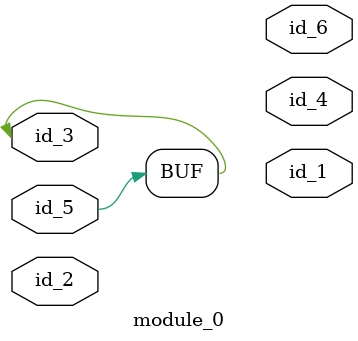
<source format=v>
module module_0 (
    id_1,
    id_2,
    id_3,
    id_4,
    id_5,
    id_6
);
  output id_6;
  input id_5;
  output id_4;
  inout id_3;
  inout id_2;
  output id_1;
  assign id_3[1'b0] = id_5;
endmodule

</source>
